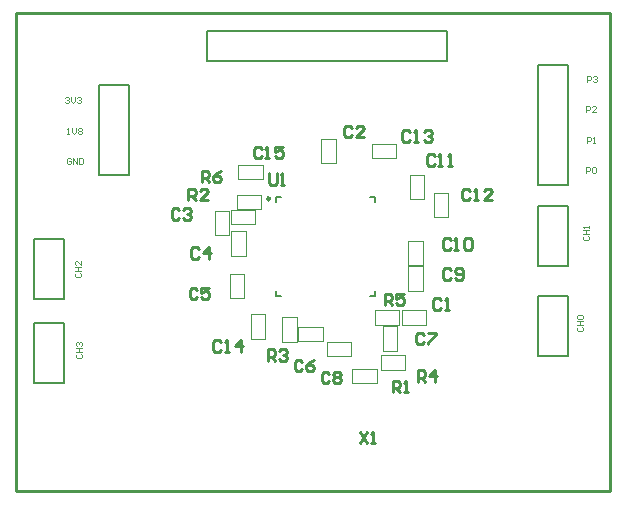
<source format=gto>
G04*
G04 #@! TF.GenerationSoftware,Altium Limited,Altium Designer,22.9.1 (49)*
G04*
G04 Layer_Color=65535*
%FSLAX44Y44*%
%MOMM*%
G71*
G04*
G04 #@! TF.SameCoordinates,B494E0AD-35FF-4286-8297-05C0B8817D61*
G04*
G04*
G04 #@! TF.FilePolarity,Positive*
G04*
G01*
G75*
%ADD10C,0.2500*%
%ADD11C,0.0500*%
%ADD12C,0.2000*%
%ADD13C,0.1016*%
%ADD14C,0.2540*%
D10*
X214740Y247870D02*
G03*
X214740Y247870I-1250J0D01*
G01*
X290515Y50718D02*
X297180Y40722D01*
Y50718D02*
X290515Y40722D01*
X300512D02*
X303845D01*
X302178D01*
Y50718D01*
X300512Y49052D01*
X318456Y83902D02*
Y93898D01*
X323454D01*
X325120Y92232D01*
Y88900D01*
X323454Y87234D01*
X318456D01*
X321788D02*
X325120Y83902D01*
X328452D02*
X331785D01*
X330118D01*
Y93898D01*
X328452Y92232D01*
X213603Y269310D02*
Y260979D01*
X215269Y259313D01*
X218601D01*
X220268Y260979D01*
Y269310D01*
X223600Y259313D02*
X226932D01*
X225266D01*
Y269310D01*
X223600Y267644D01*
X145339Y246462D02*
Y256458D01*
X150338D01*
X152004Y254792D01*
Y251460D01*
X150338Y249794D01*
X145339D01*
X148672D02*
X152004Y246462D01*
X162001D02*
X155336D01*
X162001Y253126D01*
Y254792D01*
X160334Y256458D01*
X157002D01*
X155336Y254792D01*
X212649Y110572D02*
Y120568D01*
X217648D01*
X219314Y118902D01*
Y115570D01*
X217648Y113904D01*
X212649D01*
X215982D02*
X219314Y110572D01*
X222646Y118902D02*
X224312Y120568D01*
X227645D01*
X229311Y118902D01*
Y117236D01*
X227645Y115570D01*
X225978D01*
X227645D01*
X229311Y113904D01*
Y112238D01*
X227645Y110572D01*
X224312D01*
X222646Y112238D01*
X339649Y92792D02*
Y102788D01*
X344648D01*
X346314Y101122D01*
Y97790D01*
X344648Y96124D01*
X339649D01*
X342982D02*
X346314Y92792D01*
X354645D02*
Y102788D01*
X349646Y97790D01*
X356311D01*
X359410Y162082D02*
X357744Y163748D01*
X354412D01*
X352746Y162082D01*
Y155418D01*
X354412Y153752D01*
X357744D01*
X359410Y155418D01*
X362742Y153752D02*
X366074D01*
X364408D01*
Y163748D01*
X362742Y162082D01*
X311709Y157562D02*
Y167558D01*
X316708D01*
X318374Y165892D01*
Y162560D01*
X316708Y160894D01*
X311709D01*
X315042D02*
X318374Y157562D01*
X328371Y167558D02*
X321706D01*
Y162560D01*
X325038Y164226D01*
X326704D01*
X328371Y162560D01*
Y159228D01*
X326704Y157562D01*
X323372D01*
X321706Y159228D01*
X156769Y261702D02*
Y271698D01*
X161768D01*
X163434Y270032D01*
Y266700D01*
X161768Y265034D01*
X156769D01*
X160102D02*
X163434Y261702D01*
X173431Y271698D02*
X170098Y270032D01*
X166766Y266700D01*
Y263368D01*
X168432Y261702D01*
X171765D01*
X173431Y263368D01*
Y265034D01*
X171765Y266700D01*
X166766D01*
X207528Y290352D02*
X205862Y292018D01*
X202530D01*
X200864Y290352D01*
Y283688D01*
X202530Y282022D01*
X205862D01*
X207528Y283688D01*
X210861Y282022D02*
X214193D01*
X212527D01*
Y292018D01*
X210861Y290352D01*
X225856Y292018D02*
X219191D01*
Y287020D01*
X222524Y288686D01*
X224190D01*
X225856Y287020D01*
Y283688D01*
X224190Y282022D01*
X220858D01*
X219191Y283688D01*
X173239Y126522D02*
X171572Y128188D01*
X168240D01*
X166574Y126522D01*
Y119858D01*
X168240Y118192D01*
X171572D01*
X173239Y119858D01*
X176571Y118192D02*
X179903D01*
X178237D01*
Y128188D01*
X176571Y126522D01*
X189900Y118192D02*
Y128188D01*
X184902Y123190D01*
X191566D01*
X333259Y304322D02*
X331592Y305988D01*
X328260D01*
X326594Y304322D01*
Y297658D01*
X328260Y295992D01*
X331592D01*
X333259Y297658D01*
X336591Y295992D02*
X339923D01*
X338257D01*
Y305988D01*
X336591Y304322D01*
X344921D02*
X346588Y305988D01*
X349920D01*
X351586Y304322D01*
Y302656D01*
X349920Y300990D01*
X348254D01*
X349920D01*
X351586Y299324D01*
Y297658D01*
X349920Y295992D01*
X346588D01*
X344921Y297658D01*
X384058Y254792D02*
X382392Y256458D01*
X379060D01*
X377394Y254792D01*
Y248128D01*
X379060Y246462D01*
X382392D01*
X384058Y248128D01*
X387391Y246462D02*
X390723D01*
X389057D01*
Y256458D01*
X387391Y254792D01*
X402386Y246462D02*
X395722D01*
X402386Y253126D01*
Y254792D01*
X400720Y256458D01*
X397388D01*
X395722Y254792D01*
X353975Y284002D02*
X352309Y285668D01*
X348976D01*
X347310Y284002D01*
Y277338D01*
X348976Y275672D01*
X352309D01*
X353975Y277338D01*
X357307Y275672D02*
X360639D01*
X358973D01*
Y285668D01*
X357307Y284002D01*
X365638Y275672D02*
X368970D01*
X367304D01*
Y285668D01*
X365638Y284002D01*
X367548Y212882D02*
X365882Y214548D01*
X362550D01*
X360884Y212882D01*
Y206218D01*
X362550Y204552D01*
X365882D01*
X367548Y206218D01*
X370881Y204552D02*
X374213D01*
X372547D01*
Y214548D01*
X370881Y212882D01*
X379212D02*
X380878Y214548D01*
X384210D01*
X385876Y212882D01*
Y206218D01*
X384210Y204552D01*
X380878D01*
X379212Y206218D01*
Y212882D01*
X367904Y187482D02*
X366238Y189148D01*
X362906D01*
X361239Y187482D01*
Y180818D01*
X362906Y179152D01*
X366238D01*
X367904Y180818D01*
X371236D02*
X372902Y179152D01*
X376235D01*
X377901Y180818D01*
Y187482D01*
X376235Y189148D01*
X372902D01*
X371236Y187482D01*
Y185816D01*
X372902Y184150D01*
X377901D01*
X265034Y99852D02*
X263368Y101518D01*
X260035D01*
X258369Y99852D01*
Y93188D01*
X260035Y91522D01*
X263368D01*
X265034Y93188D01*
X268366Y99852D02*
X270032Y101518D01*
X273365D01*
X275031Y99852D01*
Y98186D01*
X273365Y96520D01*
X275031Y94854D01*
Y93188D01*
X273365Y91522D01*
X270032D01*
X268366Y93188D01*
Y94854D01*
X270032Y96520D01*
X268366Y98186D01*
Y99852D01*
X270032Y96520D02*
X273365D01*
X345044Y132872D02*
X343378Y134538D01*
X340046D01*
X338379Y132872D01*
Y126208D01*
X340046Y124542D01*
X343378D01*
X345044Y126208D01*
X348376Y134538D02*
X355041D01*
Y132872D01*
X348376Y126208D01*
Y124542D01*
X242174Y110012D02*
X240508Y111678D01*
X237176D01*
X235509Y110012D01*
Y103348D01*
X237176Y101682D01*
X240508D01*
X242174Y103348D01*
X252171Y111678D02*
X248838Y110012D01*
X245506Y106680D01*
Y103348D01*
X247172Y101682D01*
X250504D01*
X252171Y103348D01*
Y105014D01*
X250504Y106680D01*
X245506D01*
X153274Y170972D02*
X151608Y172638D01*
X148275D01*
X146609Y170972D01*
Y164308D01*
X148275Y162642D01*
X151608D01*
X153274Y164308D01*
X163271Y172638D02*
X156606D01*
Y167640D01*
X159938Y169306D01*
X161604D01*
X163271Y167640D01*
Y164308D01*
X161604Y162642D01*
X158272D01*
X156606Y164308D01*
X154544Y205262D02*
X152878Y206928D01*
X149545D01*
X147879Y205262D01*
Y198598D01*
X149545Y196932D01*
X152878D01*
X154544Y198598D01*
X162875Y196932D02*
Y206928D01*
X157876Y201930D01*
X164541D01*
X138034Y238282D02*
X136368Y239948D01*
X133035D01*
X131369Y238282D01*
Y231618D01*
X133035Y229952D01*
X136368D01*
X138034Y231618D01*
X141366Y238282D02*
X143032Y239948D01*
X146364D01*
X148031Y238282D01*
Y236616D01*
X146364Y234950D01*
X144698D01*
X146364D01*
X148031Y233284D01*
Y231618D01*
X146364Y229952D01*
X143032D01*
X141366Y231618D01*
X284084Y308132D02*
X282418Y309798D01*
X279086D01*
X277419Y308132D01*
Y301468D01*
X279086Y299802D01*
X282418D01*
X284084Y301468D01*
X294081Y299802D02*
X287416D01*
X294081Y306466D01*
Y308132D01*
X292414Y309798D01*
X289082D01*
X287416Y308132D01*
D11*
X305140Y97790D02*
Y103790D01*
X284140D02*
X305140D01*
X284140Y91790D02*
Y103790D01*
Y91790D02*
X305140D01*
Y97790D01*
X202270Y232410D02*
Y238410D01*
X181270D02*
X202270D01*
X181270Y226410D02*
Y238410D01*
Y226410D02*
X202270D01*
Y232410D01*
X225140Y147660D02*
X231140D01*
X225140Y126660D02*
Y147660D01*
Y126660D02*
X237140D01*
Y147660D01*
X231140D02*
X237140D01*
X329270Y109220D02*
Y115220D01*
X308270D02*
X329270D01*
X308270Y103220D02*
Y115220D01*
Y103220D02*
X329270D01*
Y109220D01*
X326050Y141320D02*
Y147320D01*
Y141320D02*
X347050D01*
Y153320D01*
X326050D02*
X347050D01*
X326050Y147320D02*
Y153320D01*
X303190Y141320D02*
Y147320D01*
Y141320D02*
X324190D01*
Y153320D01*
X303190D02*
X324190D01*
X303190Y147320D02*
Y153320D01*
X186350Y239110D02*
Y245110D01*
Y239110D02*
X207350D01*
Y251110D01*
X186350D02*
X207350D01*
X186350Y245110D02*
Y251110D01*
X187620Y264510D02*
Y270510D01*
Y264510D02*
X208620D01*
Y276510D01*
X187620D02*
X208620D01*
X187620Y270510D02*
Y276510D01*
X204470Y129200D02*
X210470D01*
Y150200D01*
X198470D02*
X210470D01*
X198470Y129200D02*
Y150200D01*
Y129200D02*
X204470D01*
X321650Y288290D02*
Y294290D01*
X300650D02*
X321650D01*
X300650Y282290D02*
Y294290D01*
Y282290D02*
X321650D01*
Y288290D01*
X353410Y253070D02*
X359410D01*
X353410Y232070D02*
Y253070D01*
Y232070D02*
X365410D01*
Y253070D01*
X359410D02*
X365410D01*
X333090Y268310D02*
X339090D01*
X333090Y247310D02*
Y268310D01*
Y247310D02*
X345090D01*
Y268310D01*
X339090D02*
X345090D01*
X331820Y212430D02*
X337820D01*
X331820Y191430D02*
Y212430D01*
Y191430D02*
X343820D01*
Y212430D01*
X337820D02*
X343820D01*
X331820Y190840D02*
X337820D01*
X331820Y169840D02*
Y190840D01*
Y169840D02*
X343820D01*
Y190840D01*
X337820D02*
X343820D01*
X283550Y120650D02*
Y126650D01*
X262550D02*
X283550D01*
X262550Y114650D02*
Y126650D01*
Y114650D02*
X283550D01*
Y120650D01*
X316230Y119040D02*
X322230D01*
Y140040D01*
X310230D02*
X322230D01*
X310230Y119040D02*
Y140040D01*
Y119040D02*
X316230D01*
X238420Y127350D02*
Y133350D01*
Y127350D02*
X259420D01*
Y139350D01*
X238420D02*
X259420D01*
X238420Y133350D02*
Y139350D01*
X186690Y163490D02*
X192690D01*
Y184490D01*
X180690D02*
X192690D01*
X180690Y163490D02*
Y184490D01*
Y163490D02*
X186690D01*
X187960Y199130D02*
X193960D01*
Y220130D01*
X181960D02*
X193960D01*
X181960Y199130D02*
Y220130D01*
Y199130D02*
X187960D01*
X167990Y237830D02*
X173990D01*
X167990Y216830D02*
Y237830D01*
Y216830D02*
X179990D01*
Y237830D01*
X173990D02*
X179990D01*
X258160Y298790D02*
X264160D01*
X258160Y277790D02*
Y298790D01*
Y277790D02*
X270160D01*
Y298790D01*
X264160D02*
X270160D01*
D12*
X69850Y267970D02*
Y344170D01*
Y267970D02*
X95250D01*
Y344170D01*
X69850D02*
X95250D01*
X441960Y114300D02*
X467360D01*
X441960D02*
Y165100D01*
X467360D01*
Y114300D02*
Y165100D01*
X299740Y249370D02*
X303990D01*
Y245120D02*
Y249370D01*
X299740Y165370D02*
X303990D01*
Y169620D01*
X219990Y165370D02*
X224240D01*
X219990D02*
Y169620D01*
Y249370D02*
X224240D01*
X219990Y245120D02*
Y249370D01*
X441960Y190500D02*
X467360D01*
X441960D02*
Y241300D01*
X467360D01*
Y190500D02*
Y241300D01*
X15240Y162560D02*
X40640D01*
X15240D02*
Y213360D01*
X40640D01*
Y162560D02*
Y213360D01*
X15240Y91440D02*
X40640D01*
X15240D02*
Y142240D01*
X40640D01*
Y91440D02*
Y142240D01*
X161290Y364490D02*
Y389890D01*
X364490D01*
Y364490D02*
Y389890D01*
X161290Y364490D02*
X364490D01*
X441960Y259080D02*
X467360D01*
X441960D02*
Y360680D01*
X467360Y259080D02*
Y360680D01*
X441960D02*
X467360D01*
D13*
X483448Y346711D02*
Y351789D01*
X485987D01*
X486834Y350943D01*
Y349250D01*
X485987Y348404D01*
X483448D01*
X488526Y350943D02*
X489373Y351789D01*
X491066D01*
X491912Y350943D01*
Y350096D01*
X491066Y349250D01*
X490219D01*
X491066D01*
X491912Y348404D01*
Y347557D01*
X491066Y346711D01*
X489373D01*
X488526Y347557D01*
X482178Y321311D02*
Y326389D01*
X484717D01*
X485564Y325543D01*
Y323850D01*
X484717Y323004D01*
X482178D01*
X490642Y321311D02*
X487256D01*
X490642Y324696D01*
Y325543D01*
X489796Y326389D01*
X488103D01*
X487256Y325543D01*
X483024Y294641D02*
Y299719D01*
X485564D01*
X486410Y298873D01*
Y297180D01*
X485564Y296334D01*
X483024D01*
X488103Y294641D02*
X489796D01*
X488949D01*
Y299719D01*
X488103Y298873D01*
X482178Y269241D02*
Y274319D01*
X484717D01*
X485564Y273473D01*
Y271780D01*
X484717Y270934D01*
X482178D01*
X487256Y273473D02*
X488103Y274319D01*
X489796D01*
X490642Y273473D01*
Y270087D01*
X489796Y269241D01*
X488103D01*
X487256Y270087D01*
Y273473D01*
X480907Y215901D02*
X480061Y215054D01*
Y213362D01*
X480907Y212515D01*
X484293D01*
X485139Y213362D01*
Y215054D01*
X484293Y215901D01*
X480061Y217594D02*
X485139D01*
X482600D01*
Y220979D01*
X480061D01*
X485139D01*
Y222672D02*
Y224365D01*
Y223518D01*
X480061D01*
X480907Y222672D01*
X475827Y138855D02*
X474981Y138008D01*
Y136315D01*
X475827Y135469D01*
X479213D01*
X480059Y136315D01*
Y138008D01*
X479213Y138855D01*
X474981Y140547D02*
X480059D01*
X477520D01*
Y143933D01*
X474981D01*
X480059D01*
X475827Y145626D02*
X474981Y146472D01*
Y148165D01*
X475827Y149011D01*
X479213D01*
X480059Y148165D01*
Y146472D01*
X479213Y145626D01*
X475827D01*
X51647Y115994D02*
X50801Y115148D01*
Y113455D01*
X51647Y112609D01*
X55033D01*
X55879Y113455D01*
Y115148D01*
X55033Y115994D01*
X50801Y117687D02*
X55879D01*
X53340D01*
Y121073D01*
X50801D01*
X55879D01*
X51647Y122766D02*
X50801Y123612D01*
Y125305D01*
X51647Y126151D01*
X52494D01*
X53340Y125305D01*
Y124458D01*
Y125305D01*
X54186Y126151D01*
X55033D01*
X55879Y125305D01*
Y123612D01*
X55033Y122766D01*
X50377Y184574D02*
X49531Y183728D01*
Y182035D01*
X50377Y181189D01*
X53763D01*
X54609Y182035D01*
Y183728D01*
X53763Y184574D01*
X49531Y186267D02*
X54609D01*
X52070D01*
Y189653D01*
X49531D01*
X54609D01*
Y194731D02*
Y191346D01*
X51224Y194731D01*
X50377D01*
X49531Y193885D01*
Y192192D01*
X50377Y191346D01*
X46144Y281093D02*
X45298Y281939D01*
X43605D01*
X42759Y281093D01*
Y277707D01*
X43605Y276861D01*
X45298D01*
X46144Y277707D01*
Y279400D01*
X44452D01*
X47837Y276861D02*
Y281939D01*
X51223Y276861D01*
Y281939D01*
X52916D02*
Y276861D01*
X55455D01*
X56301Y277707D01*
Y281093D01*
X55455Y281939D01*
X52916D01*
X43182Y302261D02*
X44875D01*
X44029D01*
Y307339D01*
X43182Y306493D01*
X47414Y307339D02*
Y303954D01*
X49107Y302261D01*
X50800Y303954D01*
Y307339D01*
X52492Y306493D02*
X53339Y307339D01*
X55032D01*
X55878Y306493D01*
Y305646D01*
X55032Y304800D01*
X55878Y303954D01*
Y303107D01*
X55032Y302261D01*
X53339D01*
X52492Y303107D01*
Y303954D01*
X53339Y304800D01*
X52492Y305646D01*
Y306493D01*
X53339Y304800D02*
X55032D01*
X41489Y333163D02*
X42335Y334009D01*
X44028D01*
X44874Y333163D01*
Y332316D01*
X44028Y331470D01*
X43182D01*
X44028D01*
X44874Y330624D01*
Y329777D01*
X44028Y328931D01*
X42335D01*
X41489Y329777D01*
X46567Y334009D02*
Y330624D01*
X48260Y328931D01*
X49953Y330624D01*
Y334009D01*
X51646Y333163D02*
X52492Y334009D01*
X54185D01*
X55031Y333163D01*
Y332316D01*
X54185Y331470D01*
X53338D01*
X54185D01*
X55031Y330624D01*
Y329777D01*
X54185Y328931D01*
X52492D01*
X51646Y329777D01*
D14*
X0Y0D02*
X502920D01*
X0Y405130D02*
X502920D01*
Y0D02*
Y405130D01*
X0Y0D02*
Y405130D01*
M02*

</source>
